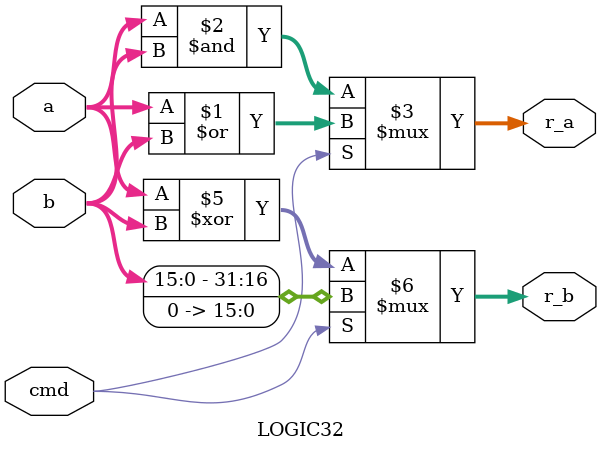
<source format=v>
`timescale 1ns / 1ps


module LOGIC32(
	input[31:0] a,b,
	input cmd,
	output[31:0] r_a,r_b
    );

	//AND
	//OR
	assign r_a = cmd ? a|b : a&b;

	//XOR
	//LUI
	assign r_b = cmd ? b<<16 : a^b;

endmodule
</source>
